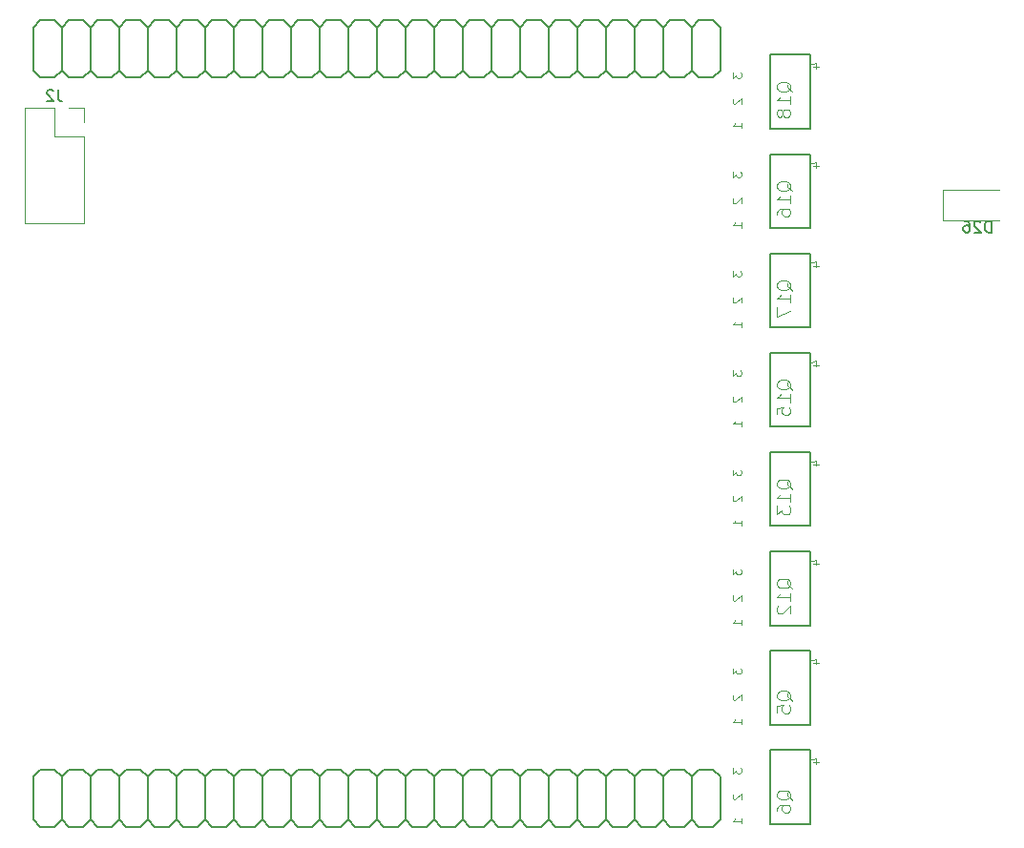
<source format=gbo>
G04 #@! TF.GenerationSoftware,KiCad,Pcbnew,5.1.5-52549c5~84~ubuntu18.04.1*
G04 #@! TF.CreationDate,2020-03-28T18:54:48+01:00*
G04 #@! TF.ProjectId,Speeduino_base,53706565-6475-4696-9e6f-5f626173652e,rev?*
G04 #@! TF.SameCoordinates,Original*
G04 #@! TF.FileFunction,Legend,Bot*
G04 #@! TF.FilePolarity,Positive*
%FSLAX46Y46*%
G04 Gerber Fmt 4.6, Leading zero omitted, Abs format (unit mm)*
G04 Created by KiCad (PCBNEW 5.1.5-52549c5~84~ubuntu18.04.1) date 2020-03-28 18:54:48*
%MOMM*%
%LPD*%
G04 APERTURE LIST*
%ADD10C,0.120000*%
%ADD11C,0.152400*%
%ADD12C,0.203200*%
%ADD13C,0.150000*%
%ADD14C,0.096520*%
%ADD15C,0.097536*%
G04 APERTURE END LIST*
D10*
X128255000Y-45450000D02*
X123055000Y-45450000D01*
X128255000Y-37770000D02*
X128255000Y-45450000D01*
X123055000Y-35170000D02*
X123055000Y-45450000D01*
X128255000Y-37770000D02*
X125655000Y-37770000D01*
X125655000Y-37770000D02*
X125655000Y-35170000D01*
X125655000Y-35170000D02*
X123055000Y-35170000D01*
X128255000Y-36500000D02*
X128255000Y-35170000D01*
X128255000Y-35170000D02*
X126925000Y-35170000D01*
D11*
X184750000Y-98405000D02*
X184750000Y-94595000D01*
X182210000Y-94595000D02*
X182845000Y-93960000D01*
X184115000Y-93960000D02*
X182845000Y-93960000D01*
X184750000Y-94595000D02*
X184115000Y-93960000D01*
X184115000Y-99040000D02*
X184750000Y-98405000D01*
X184115000Y-99040000D02*
X182845000Y-99040000D01*
X182210000Y-98405000D02*
X182845000Y-99040000D01*
X182210000Y-98405000D02*
X182210000Y-94595000D01*
X179670000Y-94595000D02*
X180305000Y-93960000D01*
X181575000Y-93960000D02*
X180305000Y-93960000D01*
X182210000Y-94595000D02*
X181575000Y-93960000D01*
X181575000Y-99040000D02*
X182210000Y-98405000D01*
X181575000Y-99040000D02*
X180305000Y-99040000D01*
X179670000Y-98405000D02*
X180305000Y-99040000D01*
X179670000Y-98405000D02*
X179670000Y-94595000D01*
X177130000Y-94595000D02*
X177765000Y-93960000D01*
X179035000Y-93960000D02*
X177765000Y-93960000D01*
X179670000Y-94595000D02*
X179035000Y-93960000D01*
X179035000Y-99040000D02*
X179670000Y-98405000D01*
X179035000Y-99040000D02*
X177765000Y-99040000D01*
X177130000Y-98405000D02*
X177765000Y-99040000D01*
X177130000Y-98405000D02*
X177130000Y-94595000D01*
X174590000Y-94595000D02*
X175225000Y-93960000D01*
X176495000Y-93960000D02*
X175225000Y-93960000D01*
X177130000Y-94595000D02*
X176495000Y-93960000D01*
X176495000Y-99040000D02*
X177130000Y-98405000D01*
X176495000Y-99040000D02*
X175225000Y-99040000D01*
X174590000Y-98405000D02*
X175225000Y-99040000D01*
X174590000Y-98405000D02*
X174590000Y-94595000D01*
X172050000Y-94595000D02*
X172685000Y-93960000D01*
X173955000Y-93960000D02*
X172685000Y-93960000D01*
X174590000Y-94595000D02*
X173955000Y-93960000D01*
X173955000Y-99040000D02*
X174590000Y-98405000D01*
X173955000Y-99040000D02*
X172685000Y-99040000D01*
X172050000Y-98405000D02*
X172685000Y-99040000D01*
X172050000Y-98405000D02*
X172050000Y-94595000D01*
X169510000Y-98405000D02*
X169510000Y-94595000D01*
X166970000Y-98405000D02*
X166970000Y-94595000D01*
X164430000Y-98405000D02*
X164430000Y-94595000D01*
X161890000Y-98405000D02*
X161890000Y-94595000D01*
X159350000Y-98405000D02*
X159350000Y-94595000D01*
X156810000Y-98405000D02*
X156810000Y-94595000D01*
X154270000Y-98405000D02*
X154270000Y-94595000D01*
X151730000Y-98405000D02*
X151730000Y-94595000D01*
X149190000Y-98405000D02*
X149190000Y-94595000D01*
X146650000Y-98405000D02*
X146650000Y-94595000D01*
X144110000Y-98405000D02*
X144110000Y-94595000D01*
X141570000Y-98405000D02*
X141570000Y-94595000D01*
X139030000Y-98405000D02*
X139030000Y-94595000D01*
X136490000Y-98405000D02*
X136490000Y-94595000D01*
X133950000Y-98405000D02*
X133950000Y-94595000D01*
X131410000Y-98405000D02*
X131410000Y-94595000D01*
X128870000Y-98405000D02*
X128870000Y-94595000D01*
X126330000Y-98405000D02*
X126330000Y-94595000D01*
X139030000Y-94595000D02*
X139665000Y-93960000D01*
X140935000Y-93960000D02*
X139665000Y-93960000D01*
X141570000Y-94595000D02*
X140935000Y-93960000D01*
X141570000Y-94595000D02*
X142205000Y-93960000D01*
X143475000Y-93960000D02*
X142205000Y-93960000D01*
X144110000Y-94595000D02*
X143475000Y-93960000D01*
X144110000Y-94595000D02*
X144745000Y-93960000D01*
X146015000Y-93960000D02*
X144745000Y-93960000D01*
X146650000Y-94595000D02*
X146015000Y-93960000D01*
X146650000Y-94595000D02*
X147285000Y-93960000D01*
X148555000Y-93960000D02*
X147285000Y-93960000D01*
X149190000Y-94595000D02*
X148555000Y-93960000D01*
X149190000Y-94595000D02*
X149825000Y-93960000D01*
X151095000Y-93960000D02*
X149825000Y-93960000D01*
X151730000Y-94595000D02*
X151095000Y-93960000D01*
X151730000Y-94595000D02*
X152365000Y-93960000D01*
X153635000Y-93960000D02*
X152365000Y-93960000D01*
X154270000Y-94595000D02*
X153635000Y-93960000D01*
X154270000Y-94595000D02*
X154905000Y-93960000D01*
X156175000Y-93960000D02*
X154905000Y-93960000D01*
X156810000Y-94595000D02*
X156175000Y-93960000D01*
X156810000Y-94595000D02*
X157445000Y-93960000D01*
X158715000Y-93960000D02*
X157445000Y-93960000D01*
X159350000Y-94595000D02*
X158715000Y-93960000D01*
X159985000Y-93960000D02*
X159350000Y-94595000D01*
X159985000Y-93960000D02*
X161255000Y-93960000D01*
X161890000Y-94595000D02*
X161255000Y-93960000D01*
X162525000Y-93960000D02*
X161890000Y-94595000D01*
X162525000Y-93960000D02*
X163795000Y-93960000D01*
X164430000Y-94595000D02*
X163795000Y-93960000D01*
X164430000Y-94595000D02*
X165065000Y-93960000D01*
X166335000Y-93960000D02*
X165065000Y-93960000D01*
X166970000Y-94595000D02*
X166335000Y-93960000D01*
X166970000Y-94595000D02*
X167605000Y-93960000D01*
X168875000Y-93960000D02*
X167605000Y-93960000D01*
X169510000Y-94595000D02*
X168875000Y-93960000D01*
X169510000Y-94595000D02*
X170145000Y-93960000D01*
X171415000Y-93960000D02*
X170145000Y-93960000D01*
X172050000Y-94595000D02*
X171415000Y-93960000D01*
X171415000Y-99040000D02*
X172050000Y-98405000D01*
X171415000Y-99040000D02*
X170145000Y-99040000D01*
X169510000Y-98405000D02*
X170145000Y-99040000D01*
X168875000Y-99040000D02*
X169510000Y-98405000D01*
X168875000Y-99040000D02*
X167605000Y-99040000D01*
X166970000Y-98405000D02*
X167605000Y-99040000D01*
X166335000Y-99040000D02*
X166970000Y-98405000D01*
X166335000Y-99040000D02*
X165065000Y-99040000D01*
X164430000Y-98405000D02*
X165065000Y-99040000D01*
X163795000Y-99040000D02*
X164430000Y-98405000D01*
X163795000Y-99040000D02*
X162525000Y-99040000D01*
X161890000Y-98405000D02*
X162525000Y-99040000D01*
X161255000Y-99040000D02*
X161890000Y-98405000D01*
X161255000Y-99040000D02*
X159985000Y-99040000D01*
X159350000Y-98405000D02*
X159985000Y-99040000D01*
X158715000Y-99040000D02*
X159350000Y-98405000D01*
X158715000Y-99040000D02*
X157445000Y-99040000D01*
X156810000Y-98405000D02*
X157445000Y-99040000D01*
X156175000Y-99040000D02*
X156810000Y-98405000D01*
X156175000Y-99040000D02*
X154905000Y-99040000D01*
X154270000Y-98405000D02*
X154905000Y-99040000D01*
X154270000Y-98405000D02*
X153635000Y-99040000D01*
X152365000Y-99040000D02*
X153635000Y-99040000D01*
X151730000Y-98405000D02*
X152365000Y-99040000D01*
X151095000Y-99040000D02*
X151730000Y-98405000D01*
X149825000Y-99040000D02*
X151095000Y-99040000D01*
X149190000Y-98405000D02*
X149825000Y-99040000D01*
X148555000Y-99040000D02*
X149190000Y-98405000D01*
X147285000Y-99040000D02*
X148555000Y-99040000D01*
X146650000Y-98405000D02*
X147285000Y-99040000D01*
X146015000Y-99040000D02*
X146650000Y-98405000D01*
X144745000Y-99040000D02*
X146015000Y-99040000D01*
X144110000Y-98405000D02*
X144745000Y-99040000D01*
X143475000Y-99040000D02*
X144110000Y-98405000D01*
X142205000Y-99040000D02*
X143475000Y-99040000D01*
X141570000Y-98405000D02*
X142205000Y-99040000D01*
X140935000Y-99040000D02*
X141570000Y-98405000D01*
X139665000Y-99040000D02*
X140935000Y-99040000D01*
X139030000Y-98405000D02*
X139665000Y-99040000D01*
X138395000Y-99040000D02*
X139030000Y-98405000D01*
X137125000Y-99040000D02*
X138395000Y-99040000D01*
X136490000Y-98405000D02*
X137125000Y-99040000D01*
X135855000Y-99040000D02*
X136490000Y-98405000D01*
X134585000Y-99040000D02*
X135855000Y-99040000D01*
X133950000Y-98405000D02*
X134585000Y-99040000D01*
X133315000Y-99040000D02*
X133950000Y-98405000D01*
X132045000Y-99040000D02*
X133315000Y-99040000D01*
X131410000Y-98405000D02*
X132045000Y-99040000D01*
X130775000Y-99040000D02*
X131410000Y-98405000D01*
X129505000Y-99040000D02*
X130775000Y-99040000D01*
X128870000Y-98405000D02*
X129505000Y-99040000D01*
X128235000Y-99040000D02*
X128870000Y-98405000D01*
X126965000Y-99040000D02*
X128235000Y-99040000D01*
X126330000Y-98405000D02*
X126965000Y-99040000D01*
X125695000Y-99040000D02*
X126330000Y-98405000D01*
X124425000Y-99040000D02*
X125695000Y-99040000D01*
X123790000Y-98405000D02*
X124425000Y-99040000D01*
X123790000Y-94595000D02*
X123790000Y-98405000D01*
X138395000Y-93960000D02*
X139030000Y-94595000D01*
X137125000Y-93960000D02*
X138395000Y-93960000D01*
X136490000Y-94595000D02*
X137125000Y-93960000D01*
X135855000Y-93960000D02*
X136490000Y-94595000D01*
X134585000Y-93960000D02*
X135855000Y-93960000D01*
X133950000Y-94595000D02*
X134585000Y-93960000D01*
X133315000Y-93960000D02*
X133950000Y-94595000D01*
X132045000Y-93960000D02*
X133315000Y-93960000D01*
X131410000Y-94595000D02*
X132045000Y-93960000D01*
X130775000Y-93960000D02*
X131410000Y-94595000D01*
X129505000Y-93960000D02*
X130775000Y-93960000D01*
X128870000Y-94595000D02*
X129505000Y-93960000D01*
X128235000Y-93960000D02*
X128870000Y-94595000D01*
X126965000Y-93960000D02*
X128235000Y-93960000D01*
X126330000Y-94595000D02*
X126965000Y-93960000D01*
X125695000Y-93960000D02*
X126330000Y-94595000D01*
X124425000Y-93960000D02*
X125695000Y-93960000D01*
X123790000Y-94595000D02*
X124425000Y-93960000D01*
D10*
X204479000Y-45175000D02*
X209459000Y-45175000D01*
X204479000Y-42455000D02*
X209459000Y-42455000D01*
X204479000Y-45175000D02*
X204479000Y-42455000D01*
D12*
X192735000Y-72328312D02*
X192735000Y-65775112D01*
X189179000Y-72328312D02*
X192735000Y-72328312D01*
X189179000Y-65775112D02*
X189179000Y-72328312D01*
X192735000Y-65775112D02*
X189179000Y-65775112D01*
X192735000Y-37058600D02*
X192735000Y-30505400D01*
X189179000Y-37058600D02*
X192735000Y-37058600D01*
X189179000Y-30505400D02*
X189179000Y-37058600D01*
X192735000Y-30505400D02*
X189179000Y-30505400D01*
X192735000Y-54693456D02*
X192735000Y-48140256D01*
X189179000Y-54693456D02*
X192735000Y-54693456D01*
X189179000Y-48140256D02*
X189179000Y-54693456D01*
X192735000Y-48140256D02*
X189179000Y-48140256D01*
X192735000Y-45876028D02*
X192735000Y-39322828D01*
X189179000Y-45876028D02*
X192735000Y-45876028D01*
X189179000Y-39322828D02*
X189179000Y-45876028D01*
X192735000Y-39322828D02*
X189179000Y-39322828D01*
X192735000Y-63510884D02*
X192735000Y-56957684D01*
X189179000Y-63510884D02*
X192735000Y-63510884D01*
X189179000Y-56957684D02*
X189179000Y-63510884D01*
X192735000Y-56957684D02*
X189179000Y-56957684D01*
X192735000Y-98780600D02*
X192735000Y-92227400D01*
X189179000Y-98780600D02*
X192735000Y-98780600D01*
X189179000Y-92227400D02*
X189179000Y-98780600D01*
X192735000Y-92227400D02*
X189179000Y-92227400D01*
X192735000Y-89963168D02*
X192735000Y-83409968D01*
X189179000Y-89963168D02*
X192735000Y-89963168D01*
X189179000Y-83409968D02*
X189179000Y-89963168D01*
X192735000Y-83409968D02*
X189179000Y-83409968D01*
X192735000Y-81145740D02*
X192735000Y-74592540D01*
X189179000Y-81145740D02*
X192735000Y-81145740D01*
X189179000Y-74592540D02*
X189179000Y-81145740D01*
X192735000Y-74592540D02*
X189179000Y-74592540D01*
D11*
X184750000Y-31905000D02*
X184750000Y-28095000D01*
X182210000Y-28095000D02*
X182845000Y-27460000D01*
X184115000Y-27460000D02*
X182845000Y-27460000D01*
X184750000Y-28095000D02*
X184115000Y-27460000D01*
X184115000Y-32540000D02*
X184750000Y-31905000D01*
X184115000Y-32540000D02*
X182845000Y-32540000D01*
X182210000Y-31905000D02*
X182845000Y-32540000D01*
X182210000Y-31905000D02*
X182210000Y-28095000D01*
X179670000Y-28095000D02*
X180305000Y-27460000D01*
X181575000Y-27460000D02*
X180305000Y-27460000D01*
X182210000Y-28095000D02*
X181575000Y-27460000D01*
X181575000Y-32540000D02*
X182210000Y-31905000D01*
X181575000Y-32540000D02*
X180305000Y-32540000D01*
X179670000Y-31905000D02*
X180305000Y-32540000D01*
X179670000Y-31905000D02*
X179670000Y-28095000D01*
X177130000Y-28095000D02*
X177765000Y-27460000D01*
X179035000Y-27460000D02*
X177765000Y-27460000D01*
X179670000Y-28095000D02*
X179035000Y-27460000D01*
X179035000Y-32540000D02*
X179670000Y-31905000D01*
X179035000Y-32540000D02*
X177765000Y-32540000D01*
X177130000Y-31905000D02*
X177765000Y-32540000D01*
X177130000Y-31905000D02*
X177130000Y-28095000D01*
X174590000Y-28095000D02*
X175225000Y-27460000D01*
X176495000Y-27460000D02*
X175225000Y-27460000D01*
X177130000Y-28095000D02*
X176495000Y-27460000D01*
X176495000Y-32540000D02*
X177130000Y-31905000D01*
X176495000Y-32540000D02*
X175225000Y-32540000D01*
X174590000Y-31905000D02*
X175225000Y-32540000D01*
X174590000Y-31905000D02*
X174590000Y-28095000D01*
X172050000Y-28095000D02*
X172685000Y-27460000D01*
X173955000Y-27460000D02*
X172685000Y-27460000D01*
X174590000Y-28095000D02*
X173955000Y-27460000D01*
X173955000Y-32540000D02*
X174590000Y-31905000D01*
X173955000Y-32540000D02*
X172685000Y-32540000D01*
X172050000Y-31905000D02*
X172685000Y-32540000D01*
X172050000Y-31905000D02*
X172050000Y-28095000D01*
X169510000Y-31905000D02*
X169510000Y-28095000D01*
X166970000Y-31905000D02*
X166970000Y-28095000D01*
X164430000Y-31905000D02*
X164430000Y-28095000D01*
X161890000Y-31905000D02*
X161890000Y-28095000D01*
X159350000Y-31905000D02*
X159350000Y-28095000D01*
X156810000Y-31905000D02*
X156810000Y-28095000D01*
X154270000Y-31905000D02*
X154270000Y-28095000D01*
X151730000Y-31905000D02*
X151730000Y-28095000D01*
X149190000Y-31905000D02*
X149190000Y-28095000D01*
X146650000Y-31905000D02*
X146650000Y-28095000D01*
X144110000Y-31905000D02*
X144110000Y-28095000D01*
X141570000Y-31905000D02*
X141570000Y-28095000D01*
X139030000Y-31905000D02*
X139030000Y-28095000D01*
X136490000Y-31905000D02*
X136490000Y-28095000D01*
X133950000Y-31905000D02*
X133950000Y-28095000D01*
X131410000Y-31905000D02*
X131410000Y-28095000D01*
X128870000Y-31905000D02*
X128870000Y-28095000D01*
X126330000Y-31905000D02*
X126330000Y-28095000D01*
X139030000Y-28095000D02*
X139665000Y-27460000D01*
X140935000Y-27460000D02*
X139665000Y-27460000D01*
X141570000Y-28095000D02*
X140935000Y-27460000D01*
X141570000Y-28095000D02*
X142205000Y-27460000D01*
X143475000Y-27460000D02*
X142205000Y-27460000D01*
X144110000Y-28095000D02*
X143475000Y-27460000D01*
X144110000Y-28095000D02*
X144745000Y-27460000D01*
X146015000Y-27460000D02*
X144745000Y-27460000D01*
X146650000Y-28095000D02*
X146015000Y-27460000D01*
X146650000Y-28095000D02*
X147285000Y-27460000D01*
X148555000Y-27460000D02*
X147285000Y-27460000D01*
X149190000Y-28095000D02*
X148555000Y-27460000D01*
X149190000Y-28095000D02*
X149825000Y-27460000D01*
X151095000Y-27460000D02*
X149825000Y-27460000D01*
X151730000Y-28095000D02*
X151095000Y-27460000D01*
X151730000Y-28095000D02*
X152365000Y-27460000D01*
X153635000Y-27460000D02*
X152365000Y-27460000D01*
X154270000Y-28095000D02*
X153635000Y-27460000D01*
X154270000Y-28095000D02*
X154905000Y-27460000D01*
X156175000Y-27460000D02*
X154905000Y-27460000D01*
X156810000Y-28095000D02*
X156175000Y-27460000D01*
X156810000Y-28095000D02*
X157445000Y-27460000D01*
X158715000Y-27460000D02*
X157445000Y-27460000D01*
X159350000Y-28095000D02*
X158715000Y-27460000D01*
X159985000Y-27460000D02*
X159350000Y-28095000D01*
X159985000Y-27460000D02*
X161255000Y-27460000D01*
X161890000Y-28095000D02*
X161255000Y-27460000D01*
X162525000Y-27460000D02*
X161890000Y-28095000D01*
X162525000Y-27460000D02*
X163795000Y-27460000D01*
X164430000Y-28095000D02*
X163795000Y-27460000D01*
X164430000Y-28095000D02*
X165065000Y-27460000D01*
X166335000Y-27460000D02*
X165065000Y-27460000D01*
X166970000Y-28095000D02*
X166335000Y-27460000D01*
X166970000Y-28095000D02*
X167605000Y-27460000D01*
X168875000Y-27460000D02*
X167605000Y-27460000D01*
X169510000Y-28095000D02*
X168875000Y-27460000D01*
X169510000Y-28095000D02*
X170145000Y-27460000D01*
X171415000Y-27460000D02*
X170145000Y-27460000D01*
X172050000Y-28095000D02*
X171415000Y-27460000D01*
X171415000Y-32540000D02*
X172050000Y-31905000D01*
X171415000Y-32540000D02*
X170145000Y-32540000D01*
X169510000Y-31905000D02*
X170145000Y-32540000D01*
X168875000Y-32540000D02*
X169510000Y-31905000D01*
X168875000Y-32540000D02*
X167605000Y-32540000D01*
X166970000Y-31905000D02*
X167605000Y-32540000D01*
X166335000Y-32540000D02*
X166970000Y-31905000D01*
X166335000Y-32540000D02*
X165065000Y-32540000D01*
X164430000Y-31905000D02*
X165065000Y-32540000D01*
X163795000Y-32540000D02*
X164430000Y-31905000D01*
X163795000Y-32540000D02*
X162525000Y-32540000D01*
X161890000Y-31905000D02*
X162525000Y-32540000D01*
X161255000Y-32540000D02*
X161890000Y-31905000D01*
X161255000Y-32540000D02*
X159985000Y-32540000D01*
X159350000Y-31905000D02*
X159985000Y-32540000D01*
X158715000Y-32540000D02*
X159350000Y-31905000D01*
X158715000Y-32540000D02*
X157445000Y-32540000D01*
X156810000Y-31905000D02*
X157445000Y-32540000D01*
X156175000Y-32540000D02*
X156810000Y-31905000D01*
X156175000Y-32540000D02*
X154905000Y-32540000D01*
X154270000Y-31905000D02*
X154905000Y-32540000D01*
X154270000Y-31905000D02*
X153635000Y-32540000D01*
X152365000Y-32540000D02*
X153635000Y-32540000D01*
X151730000Y-31905000D02*
X152365000Y-32540000D01*
X151095000Y-32540000D02*
X151730000Y-31905000D01*
X149825000Y-32540000D02*
X151095000Y-32540000D01*
X149190000Y-31905000D02*
X149825000Y-32540000D01*
X148555000Y-32540000D02*
X149190000Y-31905000D01*
X147285000Y-32540000D02*
X148555000Y-32540000D01*
X146650000Y-31905000D02*
X147285000Y-32540000D01*
X146015000Y-32540000D02*
X146650000Y-31905000D01*
X144745000Y-32540000D02*
X146015000Y-32540000D01*
X144110000Y-31905000D02*
X144745000Y-32540000D01*
X143475000Y-32540000D02*
X144110000Y-31905000D01*
X142205000Y-32540000D02*
X143475000Y-32540000D01*
X141570000Y-31905000D02*
X142205000Y-32540000D01*
X140935000Y-32540000D02*
X141570000Y-31905000D01*
X139665000Y-32540000D02*
X140935000Y-32540000D01*
X139030000Y-31905000D02*
X139665000Y-32540000D01*
X138395000Y-32540000D02*
X139030000Y-31905000D01*
X137125000Y-32540000D02*
X138395000Y-32540000D01*
X136490000Y-31905000D02*
X137125000Y-32540000D01*
X135855000Y-32540000D02*
X136490000Y-31905000D01*
X134585000Y-32540000D02*
X135855000Y-32540000D01*
X133950000Y-31905000D02*
X134585000Y-32540000D01*
X133315000Y-32540000D02*
X133950000Y-31905000D01*
X132045000Y-32540000D02*
X133315000Y-32540000D01*
X131410000Y-31905000D02*
X132045000Y-32540000D01*
X130775000Y-32540000D02*
X131410000Y-31905000D01*
X129505000Y-32540000D02*
X130775000Y-32540000D01*
X128870000Y-31905000D02*
X129505000Y-32540000D01*
X128235000Y-32540000D02*
X128870000Y-31905000D01*
X126965000Y-32540000D02*
X128235000Y-32540000D01*
X126330000Y-31905000D02*
X126965000Y-32540000D01*
X125695000Y-32540000D02*
X126330000Y-31905000D01*
X124425000Y-32540000D02*
X125695000Y-32540000D01*
X123790000Y-31905000D02*
X124425000Y-32540000D01*
X123790000Y-28095000D02*
X123790000Y-31905000D01*
X138395000Y-27460000D02*
X139030000Y-28095000D01*
X137125000Y-27460000D02*
X138395000Y-27460000D01*
X136490000Y-28095000D02*
X137125000Y-27460000D01*
X135855000Y-27460000D02*
X136490000Y-28095000D01*
X134585000Y-27460000D02*
X135855000Y-27460000D01*
X133950000Y-28095000D02*
X134585000Y-27460000D01*
X133315000Y-27460000D02*
X133950000Y-28095000D01*
X132045000Y-27460000D02*
X133315000Y-27460000D01*
X131410000Y-28095000D02*
X132045000Y-27460000D01*
X130775000Y-27460000D02*
X131410000Y-28095000D01*
X129505000Y-27460000D02*
X130775000Y-27460000D01*
X128870000Y-28095000D02*
X129505000Y-27460000D01*
X128235000Y-27460000D02*
X128870000Y-28095000D01*
X126965000Y-27460000D02*
X128235000Y-27460000D01*
X126330000Y-28095000D02*
X126965000Y-27460000D01*
X125695000Y-27460000D02*
X126330000Y-28095000D01*
X124425000Y-27460000D02*
X125695000Y-27460000D01*
X123790000Y-28095000D02*
X124425000Y-27460000D01*
D13*
X125988333Y-33622380D02*
X125988333Y-34336666D01*
X126035952Y-34479523D01*
X126131190Y-34574761D01*
X126274047Y-34622380D01*
X126369285Y-34622380D01*
X125559761Y-33717619D02*
X125512142Y-33670000D01*
X125416904Y-33622380D01*
X125178809Y-33622380D01*
X125083571Y-33670000D01*
X125035952Y-33717619D01*
X124988333Y-33812857D01*
X124988333Y-33908095D01*
X125035952Y-34050952D01*
X125607380Y-34622380D01*
X124988333Y-34622380D01*
X208773285Y-46267380D02*
X208773285Y-45267380D01*
X208535190Y-45267380D01*
X208392333Y-45315000D01*
X208297095Y-45410238D01*
X208249476Y-45505476D01*
X208201857Y-45695952D01*
X208201857Y-45838809D01*
X208249476Y-46029285D01*
X208297095Y-46124523D01*
X208392333Y-46219761D01*
X208535190Y-46267380D01*
X208773285Y-46267380D01*
X207820904Y-45362619D02*
X207773285Y-45315000D01*
X207678047Y-45267380D01*
X207439952Y-45267380D01*
X207344714Y-45315000D01*
X207297095Y-45362619D01*
X207249476Y-45457857D01*
X207249476Y-45553095D01*
X207297095Y-45695952D01*
X207868523Y-46267380D01*
X207249476Y-46267380D01*
X206392333Y-45267380D02*
X206582809Y-45267380D01*
X206678047Y-45315000D01*
X206725666Y-45362619D01*
X206820904Y-45505476D01*
X206868523Y-45695952D01*
X206868523Y-46076904D01*
X206820904Y-46172142D01*
X206773285Y-46219761D01*
X206678047Y-46267380D01*
X206487571Y-46267380D01*
X206392333Y-46219761D01*
X206344714Y-46172142D01*
X206297095Y-46076904D01*
X206297095Y-45838809D01*
X206344714Y-45743571D01*
X206392333Y-45695952D01*
X206487571Y-45648333D01*
X206678047Y-45648333D01*
X206773285Y-45695952D01*
X206820904Y-45743571D01*
X206868523Y-45838809D01*
D14*
X191065252Y-69058521D02*
X191007800Y-68943616D01*
X190892895Y-68828712D01*
X190720538Y-68656354D01*
X190663085Y-68541450D01*
X190663085Y-68426545D01*
X190950347Y-68483997D02*
X190892895Y-68369093D01*
X190777990Y-68254188D01*
X190548180Y-68196735D01*
X190146014Y-68196735D01*
X189916204Y-68254188D01*
X189801300Y-68369093D01*
X189743847Y-68483997D01*
X189743847Y-68713807D01*
X189801300Y-68828712D01*
X189916204Y-68943616D01*
X190146014Y-69001069D01*
X190548180Y-69001069D01*
X190777990Y-68943616D01*
X190892895Y-68828712D01*
X190950347Y-68713807D01*
X190950347Y-68483997D01*
X190950347Y-70150116D02*
X190950347Y-69460688D01*
X190950347Y-69805402D02*
X189743847Y-69805402D01*
X189916204Y-69690497D01*
X190031109Y-69575593D01*
X190088561Y-69460688D01*
X189743847Y-70552283D02*
X189743847Y-71299164D01*
X190203466Y-70896997D01*
X190203466Y-71069354D01*
X190260919Y-71184259D01*
X190318371Y-71241712D01*
X190433276Y-71299164D01*
X190720538Y-71299164D01*
X190835442Y-71241712D01*
X190892895Y-71184259D01*
X190950347Y-71069354D01*
X190950347Y-70724640D01*
X190892895Y-70609735D01*
X190835442Y-70552283D01*
D15*
X185894209Y-69690601D02*
X185857440Y-69727370D01*
X185820670Y-69800909D01*
X185820670Y-69984757D01*
X185857440Y-70058296D01*
X185894209Y-70095065D01*
X185967748Y-70131835D01*
X186041287Y-70131835D01*
X186151596Y-70095065D01*
X186592830Y-69653831D01*
X186592830Y-70131835D01*
X186602230Y-72293835D02*
X186602230Y-71852601D01*
X186602230Y-72073218D02*
X185830070Y-72073218D01*
X185940379Y-71999679D01*
X186013918Y-71926140D01*
X186050687Y-71852601D01*
X192945457Y-66862696D02*
X193460230Y-66862696D01*
X192651300Y-66678848D02*
X193202843Y-66495001D01*
X193202843Y-66973005D01*
X185830070Y-67342431D02*
X185830070Y-67820435D01*
X186124226Y-67563048D01*
X186124226Y-67673357D01*
X186160996Y-67746896D01*
X186197765Y-67783665D01*
X186271304Y-67820435D01*
X186455152Y-67820435D01*
X186528691Y-67783665D01*
X186565460Y-67746896D01*
X186602230Y-67673357D01*
X186602230Y-67452740D01*
X186565460Y-67379201D01*
X186528691Y-67342431D01*
D14*
X191065252Y-33788809D02*
X191007800Y-33673904D01*
X190892895Y-33559000D01*
X190720538Y-33386642D01*
X190663085Y-33271738D01*
X190663085Y-33156833D01*
X190950347Y-33214285D02*
X190892895Y-33099381D01*
X190777990Y-32984476D01*
X190548180Y-32927023D01*
X190146014Y-32927023D01*
X189916204Y-32984476D01*
X189801300Y-33099381D01*
X189743847Y-33214285D01*
X189743847Y-33444095D01*
X189801300Y-33559000D01*
X189916204Y-33673904D01*
X190146014Y-33731357D01*
X190548180Y-33731357D01*
X190777990Y-33673904D01*
X190892895Y-33559000D01*
X190950347Y-33444095D01*
X190950347Y-33214285D01*
X190950347Y-34880404D02*
X190950347Y-34190976D01*
X190950347Y-34535690D02*
X189743847Y-34535690D01*
X189916204Y-34420785D01*
X190031109Y-34305881D01*
X190088561Y-34190976D01*
X190260919Y-35569833D02*
X190203466Y-35454928D01*
X190146014Y-35397476D01*
X190031109Y-35340023D01*
X189973657Y-35340023D01*
X189858752Y-35397476D01*
X189801300Y-35454928D01*
X189743847Y-35569833D01*
X189743847Y-35799642D01*
X189801300Y-35914547D01*
X189858752Y-35972000D01*
X189973657Y-36029452D01*
X190031109Y-36029452D01*
X190146014Y-35972000D01*
X190203466Y-35914547D01*
X190260919Y-35799642D01*
X190260919Y-35569833D01*
X190318371Y-35454928D01*
X190375823Y-35397476D01*
X190490728Y-35340023D01*
X190720538Y-35340023D01*
X190835442Y-35397476D01*
X190892895Y-35454928D01*
X190950347Y-35569833D01*
X190950347Y-35799642D01*
X190892895Y-35914547D01*
X190835442Y-35972000D01*
X190720538Y-36029452D01*
X190490728Y-36029452D01*
X190375823Y-35972000D01*
X190318371Y-35914547D01*
X190260919Y-35799642D01*
D15*
X185894209Y-34420889D02*
X185857440Y-34457658D01*
X185820670Y-34531197D01*
X185820670Y-34715045D01*
X185857440Y-34788584D01*
X185894209Y-34825353D01*
X185967748Y-34862123D01*
X186041287Y-34862123D01*
X186151596Y-34825353D01*
X186592830Y-34384119D01*
X186592830Y-34862123D01*
X186602230Y-37024123D02*
X186602230Y-36582889D01*
X186602230Y-36803506D02*
X185830070Y-36803506D01*
X185940379Y-36729967D01*
X186013918Y-36656428D01*
X186050687Y-36582889D01*
X192945457Y-31592984D02*
X193460230Y-31592984D01*
X192651300Y-31409136D02*
X193202843Y-31225289D01*
X193202843Y-31703293D01*
X185830070Y-32072719D02*
X185830070Y-32550723D01*
X186124226Y-32293336D01*
X186124226Y-32403645D01*
X186160996Y-32477184D01*
X186197765Y-32513953D01*
X186271304Y-32550723D01*
X186455152Y-32550723D01*
X186528691Y-32513953D01*
X186565460Y-32477184D01*
X186602230Y-32403645D01*
X186602230Y-32183028D01*
X186565460Y-32109489D01*
X186528691Y-32072719D01*
D14*
X191065252Y-51423665D02*
X191007800Y-51308760D01*
X190892895Y-51193856D01*
X190720538Y-51021498D01*
X190663085Y-50906594D01*
X190663085Y-50791689D01*
X190950347Y-50849141D02*
X190892895Y-50734237D01*
X190777990Y-50619332D01*
X190548180Y-50561879D01*
X190146014Y-50561879D01*
X189916204Y-50619332D01*
X189801300Y-50734237D01*
X189743847Y-50849141D01*
X189743847Y-51078951D01*
X189801300Y-51193856D01*
X189916204Y-51308760D01*
X190146014Y-51366213D01*
X190548180Y-51366213D01*
X190777990Y-51308760D01*
X190892895Y-51193856D01*
X190950347Y-51078951D01*
X190950347Y-50849141D01*
X190950347Y-52515260D02*
X190950347Y-51825832D01*
X190950347Y-52170546D02*
X189743847Y-52170546D01*
X189916204Y-52055641D01*
X190031109Y-51940737D01*
X190088561Y-51825832D01*
X189743847Y-52917427D02*
X189743847Y-53721760D01*
X190950347Y-53204689D01*
D15*
X185894209Y-52055745D02*
X185857440Y-52092514D01*
X185820670Y-52166053D01*
X185820670Y-52349901D01*
X185857440Y-52423440D01*
X185894209Y-52460209D01*
X185967748Y-52496979D01*
X186041287Y-52496979D01*
X186151596Y-52460209D01*
X186592830Y-52018975D01*
X186592830Y-52496979D01*
X186602230Y-54658979D02*
X186602230Y-54217745D01*
X186602230Y-54438362D02*
X185830070Y-54438362D01*
X185940379Y-54364823D01*
X186013918Y-54291284D01*
X186050687Y-54217745D01*
X192945457Y-49227840D02*
X193460230Y-49227840D01*
X192651300Y-49043992D02*
X193202843Y-48860145D01*
X193202843Y-49338149D01*
X185830070Y-49707575D02*
X185830070Y-50185579D01*
X186124226Y-49928192D01*
X186124226Y-50038501D01*
X186160996Y-50112040D01*
X186197765Y-50148809D01*
X186271304Y-50185579D01*
X186455152Y-50185579D01*
X186528691Y-50148809D01*
X186565460Y-50112040D01*
X186602230Y-50038501D01*
X186602230Y-49817884D01*
X186565460Y-49744345D01*
X186528691Y-49707575D01*
D14*
X191065252Y-42606237D02*
X191007800Y-42491332D01*
X190892895Y-42376428D01*
X190720538Y-42204070D01*
X190663085Y-42089166D01*
X190663085Y-41974261D01*
X190950347Y-42031713D02*
X190892895Y-41916809D01*
X190777990Y-41801904D01*
X190548180Y-41744451D01*
X190146014Y-41744451D01*
X189916204Y-41801904D01*
X189801300Y-41916809D01*
X189743847Y-42031713D01*
X189743847Y-42261523D01*
X189801300Y-42376428D01*
X189916204Y-42491332D01*
X190146014Y-42548785D01*
X190548180Y-42548785D01*
X190777990Y-42491332D01*
X190892895Y-42376428D01*
X190950347Y-42261523D01*
X190950347Y-42031713D01*
X190950347Y-43697832D02*
X190950347Y-43008404D01*
X190950347Y-43353118D02*
X189743847Y-43353118D01*
X189916204Y-43238213D01*
X190031109Y-43123309D01*
X190088561Y-43008404D01*
X189743847Y-44731975D02*
X189743847Y-44502166D01*
X189801300Y-44387261D01*
X189858752Y-44329809D01*
X190031109Y-44214904D01*
X190260919Y-44157451D01*
X190720538Y-44157451D01*
X190835442Y-44214904D01*
X190892895Y-44272356D01*
X190950347Y-44387261D01*
X190950347Y-44617070D01*
X190892895Y-44731975D01*
X190835442Y-44789428D01*
X190720538Y-44846880D01*
X190433276Y-44846880D01*
X190318371Y-44789428D01*
X190260919Y-44731975D01*
X190203466Y-44617070D01*
X190203466Y-44387261D01*
X190260919Y-44272356D01*
X190318371Y-44214904D01*
X190433276Y-44157451D01*
D15*
X185894209Y-43238317D02*
X185857440Y-43275086D01*
X185820670Y-43348625D01*
X185820670Y-43532473D01*
X185857440Y-43606012D01*
X185894209Y-43642781D01*
X185967748Y-43679551D01*
X186041287Y-43679551D01*
X186151596Y-43642781D01*
X186592830Y-43201547D01*
X186592830Y-43679551D01*
X186602230Y-45841551D02*
X186602230Y-45400317D01*
X186602230Y-45620934D02*
X185830070Y-45620934D01*
X185940379Y-45547395D01*
X186013918Y-45473856D01*
X186050687Y-45400317D01*
X192945457Y-40410412D02*
X193460230Y-40410412D01*
X192651300Y-40226564D02*
X193202843Y-40042717D01*
X193202843Y-40520721D01*
X185830070Y-40890147D02*
X185830070Y-41368151D01*
X186124226Y-41110764D01*
X186124226Y-41221073D01*
X186160996Y-41294612D01*
X186197765Y-41331381D01*
X186271304Y-41368151D01*
X186455152Y-41368151D01*
X186528691Y-41331381D01*
X186565460Y-41294612D01*
X186602230Y-41221073D01*
X186602230Y-41000456D01*
X186565460Y-40926917D01*
X186528691Y-40890147D01*
D14*
X191065252Y-60241093D02*
X191007800Y-60126188D01*
X190892895Y-60011284D01*
X190720538Y-59838926D01*
X190663085Y-59724022D01*
X190663085Y-59609117D01*
X190950347Y-59666569D02*
X190892895Y-59551665D01*
X190777990Y-59436760D01*
X190548180Y-59379307D01*
X190146014Y-59379307D01*
X189916204Y-59436760D01*
X189801300Y-59551665D01*
X189743847Y-59666569D01*
X189743847Y-59896379D01*
X189801300Y-60011284D01*
X189916204Y-60126188D01*
X190146014Y-60183641D01*
X190548180Y-60183641D01*
X190777990Y-60126188D01*
X190892895Y-60011284D01*
X190950347Y-59896379D01*
X190950347Y-59666569D01*
X190950347Y-61332688D02*
X190950347Y-60643260D01*
X190950347Y-60987974D02*
X189743847Y-60987974D01*
X189916204Y-60873069D01*
X190031109Y-60758165D01*
X190088561Y-60643260D01*
X189743847Y-62424284D02*
X189743847Y-61849760D01*
X190318371Y-61792307D01*
X190260919Y-61849760D01*
X190203466Y-61964665D01*
X190203466Y-62251926D01*
X190260919Y-62366831D01*
X190318371Y-62424284D01*
X190433276Y-62481736D01*
X190720538Y-62481736D01*
X190835442Y-62424284D01*
X190892895Y-62366831D01*
X190950347Y-62251926D01*
X190950347Y-61964665D01*
X190892895Y-61849760D01*
X190835442Y-61792307D01*
D15*
X185894209Y-60873173D02*
X185857440Y-60909942D01*
X185820670Y-60983481D01*
X185820670Y-61167329D01*
X185857440Y-61240868D01*
X185894209Y-61277637D01*
X185967748Y-61314407D01*
X186041287Y-61314407D01*
X186151596Y-61277637D01*
X186592830Y-60836403D01*
X186592830Y-61314407D01*
X186602230Y-63476407D02*
X186602230Y-63035173D01*
X186602230Y-63255790D02*
X185830070Y-63255790D01*
X185940379Y-63182251D01*
X186013918Y-63108712D01*
X186050687Y-63035173D01*
X192945457Y-58045268D02*
X193460230Y-58045268D01*
X192651300Y-57861420D02*
X193202843Y-57677573D01*
X193202843Y-58155577D01*
X185830070Y-58525003D02*
X185830070Y-59003007D01*
X186124226Y-58745620D01*
X186124226Y-58855929D01*
X186160996Y-58929468D01*
X186197765Y-58966237D01*
X186271304Y-59003007D01*
X186455152Y-59003007D01*
X186528691Y-58966237D01*
X186565460Y-58929468D01*
X186602230Y-58855929D01*
X186602230Y-58635312D01*
X186565460Y-58561773D01*
X186528691Y-58525003D01*
D14*
X191065252Y-96659857D02*
X191007800Y-96544952D01*
X190892895Y-96430047D01*
X190720538Y-96257690D01*
X190663085Y-96142785D01*
X190663085Y-96027881D01*
X190950347Y-96085333D02*
X190892895Y-95970428D01*
X190777990Y-95855523D01*
X190548180Y-95798071D01*
X190146014Y-95798071D01*
X189916204Y-95855523D01*
X189801300Y-95970428D01*
X189743847Y-96085333D01*
X189743847Y-96315142D01*
X189801300Y-96430047D01*
X189916204Y-96544952D01*
X190146014Y-96602404D01*
X190548180Y-96602404D01*
X190777990Y-96544952D01*
X190892895Y-96430047D01*
X190950347Y-96315142D01*
X190950347Y-96085333D01*
X189743847Y-97636547D02*
X189743847Y-97406738D01*
X189801300Y-97291833D01*
X189858752Y-97234381D01*
X190031109Y-97119476D01*
X190260919Y-97062023D01*
X190720538Y-97062023D01*
X190835442Y-97119476D01*
X190892895Y-97176928D01*
X190950347Y-97291833D01*
X190950347Y-97521642D01*
X190892895Y-97636547D01*
X190835442Y-97694000D01*
X190720538Y-97751452D01*
X190433276Y-97751452D01*
X190318371Y-97694000D01*
X190260919Y-97636547D01*
X190203466Y-97521642D01*
X190203466Y-97291833D01*
X190260919Y-97176928D01*
X190318371Y-97119476D01*
X190433276Y-97062023D01*
D15*
X185894209Y-96142889D02*
X185857440Y-96179658D01*
X185820670Y-96253197D01*
X185820670Y-96437045D01*
X185857440Y-96510584D01*
X185894209Y-96547353D01*
X185967748Y-96584123D01*
X186041287Y-96584123D01*
X186151596Y-96547353D01*
X186592830Y-96106119D01*
X186592830Y-96584123D01*
X186602230Y-98746123D02*
X186602230Y-98304889D01*
X186602230Y-98525506D02*
X185830070Y-98525506D01*
X185940379Y-98451967D01*
X186013918Y-98378428D01*
X186050687Y-98304889D01*
X192945457Y-93314984D02*
X193460230Y-93314984D01*
X192651300Y-93131136D02*
X193202843Y-92947289D01*
X193202843Y-93425293D01*
X185830070Y-93794719D02*
X185830070Y-94272723D01*
X186124226Y-94015336D01*
X186124226Y-94125645D01*
X186160996Y-94199184D01*
X186197765Y-94235953D01*
X186271304Y-94272723D01*
X186455152Y-94272723D01*
X186528691Y-94235953D01*
X186565460Y-94199184D01*
X186602230Y-94125645D01*
X186602230Y-93905028D01*
X186565460Y-93831489D01*
X186528691Y-93794719D01*
D14*
X191065252Y-87842425D02*
X191007800Y-87727520D01*
X190892895Y-87612615D01*
X190720538Y-87440258D01*
X190663085Y-87325353D01*
X190663085Y-87210449D01*
X190950347Y-87267901D02*
X190892895Y-87152996D01*
X190777990Y-87038091D01*
X190548180Y-86980639D01*
X190146014Y-86980639D01*
X189916204Y-87038091D01*
X189801300Y-87152996D01*
X189743847Y-87267901D01*
X189743847Y-87497710D01*
X189801300Y-87612615D01*
X189916204Y-87727520D01*
X190146014Y-87784972D01*
X190548180Y-87784972D01*
X190777990Y-87727520D01*
X190892895Y-87612615D01*
X190950347Y-87497710D01*
X190950347Y-87267901D01*
X189743847Y-88876568D02*
X189743847Y-88302044D01*
X190318371Y-88244591D01*
X190260919Y-88302044D01*
X190203466Y-88416949D01*
X190203466Y-88704210D01*
X190260919Y-88819115D01*
X190318371Y-88876568D01*
X190433276Y-88934020D01*
X190720538Y-88934020D01*
X190835442Y-88876568D01*
X190892895Y-88819115D01*
X190950347Y-88704210D01*
X190950347Y-88416949D01*
X190892895Y-88302044D01*
X190835442Y-88244591D01*
D15*
X185894209Y-87325457D02*
X185857440Y-87362226D01*
X185820670Y-87435765D01*
X185820670Y-87619613D01*
X185857440Y-87693152D01*
X185894209Y-87729921D01*
X185967748Y-87766691D01*
X186041287Y-87766691D01*
X186151596Y-87729921D01*
X186592830Y-87288687D01*
X186592830Y-87766691D01*
X186602230Y-89928691D02*
X186602230Y-89487457D01*
X186602230Y-89708074D02*
X185830070Y-89708074D01*
X185940379Y-89634535D01*
X186013918Y-89560996D01*
X186050687Y-89487457D01*
X192945457Y-84497552D02*
X193460230Y-84497552D01*
X192651300Y-84313704D02*
X193202843Y-84129857D01*
X193202843Y-84607861D01*
X185830070Y-84977287D02*
X185830070Y-85455291D01*
X186124226Y-85197904D01*
X186124226Y-85308213D01*
X186160996Y-85381752D01*
X186197765Y-85418521D01*
X186271304Y-85455291D01*
X186455152Y-85455291D01*
X186528691Y-85418521D01*
X186565460Y-85381752D01*
X186602230Y-85308213D01*
X186602230Y-85087596D01*
X186565460Y-85014057D01*
X186528691Y-84977287D01*
D14*
X191065252Y-77875949D02*
X191007800Y-77761044D01*
X190892895Y-77646140D01*
X190720538Y-77473782D01*
X190663085Y-77358878D01*
X190663085Y-77243973D01*
X190950347Y-77301425D02*
X190892895Y-77186521D01*
X190777990Y-77071616D01*
X190548180Y-77014163D01*
X190146014Y-77014163D01*
X189916204Y-77071616D01*
X189801300Y-77186521D01*
X189743847Y-77301425D01*
X189743847Y-77531235D01*
X189801300Y-77646140D01*
X189916204Y-77761044D01*
X190146014Y-77818497D01*
X190548180Y-77818497D01*
X190777990Y-77761044D01*
X190892895Y-77646140D01*
X190950347Y-77531235D01*
X190950347Y-77301425D01*
X190950347Y-78967544D02*
X190950347Y-78278116D01*
X190950347Y-78622830D02*
X189743847Y-78622830D01*
X189916204Y-78507925D01*
X190031109Y-78393021D01*
X190088561Y-78278116D01*
X189858752Y-79427163D02*
X189801300Y-79484616D01*
X189743847Y-79599521D01*
X189743847Y-79886782D01*
X189801300Y-80001687D01*
X189858752Y-80059140D01*
X189973657Y-80116592D01*
X190088561Y-80116592D01*
X190260919Y-80059140D01*
X190950347Y-79369711D01*
X190950347Y-80116592D01*
D15*
X185894209Y-78508029D02*
X185857440Y-78544798D01*
X185820670Y-78618337D01*
X185820670Y-78802185D01*
X185857440Y-78875724D01*
X185894209Y-78912493D01*
X185967748Y-78949263D01*
X186041287Y-78949263D01*
X186151596Y-78912493D01*
X186592830Y-78471259D01*
X186592830Y-78949263D01*
X186602230Y-81111263D02*
X186602230Y-80670029D01*
X186602230Y-80890646D02*
X185830070Y-80890646D01*
X185940379Y-80817107D01*
X186013918Y-80743568D01*
X186050687Y-80670029D01*
X192945457Y-75680124D02*
X193460230Y-75680124D01*
X192651300Y-75496276D02*
X193202843Y-75312429D01*
X193202843Y-75790433D01*
X185830070Y-76159859D02*
X185830070Y-76637863D01*
X186124226Y-76380476D01*
X186124226Y-76490785D01*
X186160996Y-76564324D01*
X186197765Y-76601093D01*
X186271304Y-76637863D01*
X186455152Y-76637863D01*
X186528691Y-76601093D01*
X186565460Y-76564324D01*
X186602230Y-76490785D01*
X186602230Y-76270168D01*
X186565460Y-76196629D01*
X186528691Y-76159859D01*
M02*

</source>
